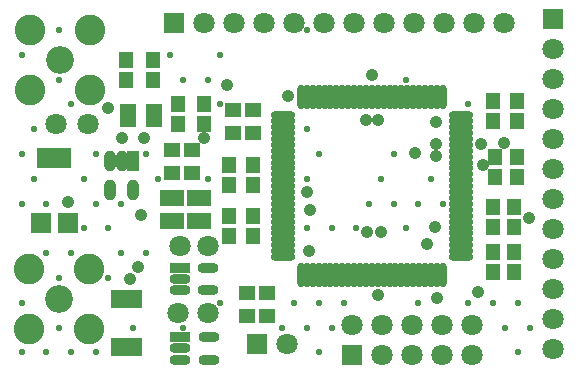
<source format=gts>
%FSLAX43Y43*%
%MOMM*%
G71*
G01*
G75*
G04 Layer_Color=8388736*
%ADD10R,1.000X1.100*%
%ADD11R,1.100X1.000*%
%ADD12R,1.700X1.100*%
%ADD13R,1.150X0.450*%
%ADD14R,1.500X1.500*%
%ADD15R,2.541X1.500*%
%ADD16R,0.350X1.200*%
%ADD17R,0.700X1.500*%
%ADD18O,0.700X1.500*%
%ADD19O,0.300X1.800*%
%ADD20O,1.800X0.300*%
%ADD21R,1.500X0.600*%
%ADD22O,1.500X0.600*%
%ADD23C,0.254*%
%ADD24C,1.000*%
%ADD25C,0.500*%
%ADD26C,0.762*%
%ADD27C,1.500*%
%ADD28C,2.032*%
%ADD29C,2.286*%
%ADD30R,1.500X1.500*%
%ADD31C,0.254*%
%ADD32C,1.016*%
%ADD33C,1.524*%
%ADD34C,1.916*%
G04:AMPARAMS|DCode=35|XSize=2.424mm|YSize=2.424mm|CornerRadius=0mm|HoleSize=0mm|Usage=FLASHONLY|Rotation=0.000|XOffset=0mm|YOffset=0mm|HoleType=Round|Shape=Relief|Width=0.254mm|Gap=0.254mm|Entries=4|*
%AMTHD35*
7,0,0,2.424,1.916,0.254,45*
%
%ADD35THD35*%
%ADD36C,2.516*%
%ADD37C,2.718*%
G04:AMPARAMS|DCode=38|XSize=2.032mm|YSize=2.032mm|CornerRadius=0mm|HoleSize=0mm|Usage=FLASHONLY|Rotation=0.000|XOffset=0mm|YOffset=0mm|HoleType=Round|Shape=Relief|Width=0.254mm|Gap=0.254mm|Entries=4|*
%AMTHD38*
7,0,0,2.032,1.524,0.254,45*
%
%ADD38THD38*%
%ADD39C,1.219*%
%ADD40C,0.200*%
%ADD41C,0.250*%
%ADD42C,0.600*%
%ADD43C,0.102*%
%ADD44C,0.100*%
%ADD45R,1.305X1.405*%
%ADD46R,1.405X1.305*%
%ADD47R,2.005X1.405*%
%ADD48R,1.455X0.755*%
%ADD49R,1.805X1.805*%
%ADD50R,2.846X1.805*%
%ADD51R,0.655X1.505*%
%ADD52R,1.005X1.805*%
%ADD53O,1.005X1.805*%
%ADD54O,0.605X2.105*%
%ADD55O,2.105X0.605*%
%ADD56R,1.805X0.905*%
%ADD57O,1.805X0.905*%
%ADD58C,1.067*%
%ADD59C,1.805*%
%ADD60C,2.337*%
%ADD61C,2.591*%
%ADD62R,1.805X1.805*%
%ADD63C,0.559*%
D45*
X44831Y60960D02*
D03*
Y59260D02*
D03*
X42672Y60960D02*
D03*
Y59260D02*
D03*
X71120Y52197D02*
D03*
Y50497D02*
D03*
X69342Y52197D02*
D03*
Y50497D02*
D03*
X71374Y61214D02*
D03*
Y59514D02*
D03*
X69342Y61214D02*
D03*
Y59514D02*
D03*
X71374Y54737D02*
D03*
Y56437D02*
D03*
X69469Y54737D02*
D03*
Y56437D02*
D03*
X49022Y55753D02*
D03*
Y54053D02*
D03*
X46990Y55753D02*
D03*
Y54053D02*
D03*
X71120Y46736D02*
D03*
Y48436D02*
D03*
X69342Y46736D02*
D03*
Y48436D02*
D03*
X40513Y62992D02*
D03*
Y64692D02*
D03*
X38227Y62992D02*
D03*
Y64692D02*
D03*
X49022Y49784D02*
D03*
Y51484D02*
D03*
X46990Y49784D02*
D03*
Y51484D02*
D03*
D46*
X48475Y43025D02*
D03*
X50175D02*
D03*
X48475Y44925D02*
D03*
X50175D02*
D03*
X49025Y60425D02*
D03*
X47325D02*
D03*
Y58450D02*
D03*
X49025D02*
D03*
X43815Y57023D02*
D03*
X42115D02*
D03*
X43815Y55118D02*
D03*
X42115D02*
D03*
D47*
X42164Y51054D02*
D03*
X44464D02*
D03*
X42164Y52954D02*
D03*
X44464D02*
D03*
D48*
X40572Y60594D02*
D03*
Y59944D02*
D03*
Y59294D02*
D03*
X38422D02*
D03*
Y59944D02*
D03*
Y60594D02*
D03*
D49*
X33325Y50850D02*
D03*
X31025D02*
D03*
X57350Y39650D02*
D03*
X49325Y40600D02*
D03*
X42275Y67775D02*
D03*
D50*
X32175Y56350D02*
D03*
D51*
X37325Y40400D02*
D03*
X37975D02*
D03*
X38625D02*
D03*
X39275D02*
D03*
X37325Y44400D02*
D03*
X37975D02*
D03*
X38625D02*
D03*
X39275D02*
D03*
D52*
X38825Y56075D02*
D03*
D53*
X37875D02*
D03*
X36925D02*
D03*
X38825Y53675D02*
D03*
X36925D02*
D03*
D54*
X53055Y61525D02*
D03*
X53555D02*
D03*
X54055D02*
D03*
X54555D02*
D03*
X55055D02*
D03*
X55555D02*
D03*
X56055D02*
D03*
X56555D02*
D03*
X57055D02*
D03*
X57555D02*
D03*
X58055D02*
D03*
X58555D02*
D03*
X59055D02*
D03*
X59555D02*
D03*
X60055D02*
D03*
X60555D02*
D03*
X61055D02*
D03*
X61555D02*
D03*
X62055D02*
D03*
X62555D02*
D03*
X63055D02*
D03*
X63555D02*
D03*
X64055D02*
D03*
X64555D02*
D03*
X65055D02*
D03*
Y46425D02*
D03*
X64555D02*
D03*
X64055D02*
D03*
X63555D02*
D03*
X63055D02*
D03*
X62555D02*
D03*
X62055D02*
D03*
X61555D02*
D03*
X61055D02*
D03*
X60555D02*
D03*
X60055D02*
D03*
X59555D02*
D03*
X59055D02*
D03*
X58555D02*
D03*
X58055D02*
D03*
X57555D02*
D03*
X57055D02*
D03*
X56555D02*
D03*
X56055D02*
D03*
X55555D02*
D03*
X55055D02*
D03*
X54555D02*
D03*
X54055D02*
D03*
X53555D02*
D03*
X53055D02*
D03*
D55*
X66605Y59975D02*
D03*
Y59475D02*
D03*
Y58975D02*
D03*
Y58475D02*
D03*
Y57975D02*
D03*
Y57475D02*
D03*
Y56975D02*
D03*
Y56475D02*
D03*
Y55975D02*
D03*
Y55475D02*
D03*
Y54975D02*
D03*
Y54475D02*
D03*
Y53975D02*
D03*
Y53475D02*
D03*
Y52975D02*
D03*
Y52475D02*
D03*
Y51975D02*
D03*
Y51475D02*
D03*
Y50975D02*
D03*
Y50475D02*
D03*
Y49975D02*
D03*
Y49475D02*
D03*
Y48975D02*
D03*
Y48475D02*
D03*
Y47975D02*
D03*
X51505D02*
D03*
Y48475D02*
D03*
Y48975D02*
D03*
Y49475D02*
D03*
Y49975D02*
D03*
Y50475D02*
D03*
Y50975D02*
D03*
Y51475D02*
D03*
Y51975D02*
D03*
Y52475D02*
D03*
Y52975D02*
D03*
Y53475D02*
D03*
Y53975D02*
D03*
Y54475D02*
D03*
Y54975D02*
D03*
Y55475D02*
D03*
Y55975D02*
D03*
Y56475D02*
D03*
Y56975D02*
D03*
Y57475D02*
D03*
Y57975D02*
D03*
Y58475D02*
D03*
Y58975D02*
D03*
Y59475D02*
D03*
Y59975D02*
D03*
D56*
X42825Y47050D02*
D03*
X42850Y41200D02*
D03*
D57*
X42825Y46100D02*
D03*
Y45150D02*
D03*
X45225Y47050D02*
D03*
Y45150D02*
D03*
X42850Y40250D02*
D03*
Y39300D02*
D03*
X45250Y41200D02*
D03*
Y39300D02*
D03*
D58*
X64550Y44500D02*
D03*
X59825Y50075D02*
D03*
X68050Y45050D02*
D03*
X62738Y56769D02*
D03*
X36703Y60594D02*
D03*
X68453Y55753D02*
D03*
X72350Y51300D02*
D03*
X53594Y53467D02*
D03*
X64389Y50546D02*
D03*
X70231Y57658D02*
D03*
X64516Y59436D02*
D03*
X39243Y47117D02*
D03*
X39475Y51525D02*
D03*
X46800Y62550D02*
D03*
X44831Y58039D02*
D03*
X38608Y46101D02*
D03*
X64516Y56515D02*
D03*
Y57531D02*
D03*
X68326D02*
D03*
X59563Y59563D02*
D03*
X58547D02*
D03*
X63725Y49050D02*
D03*
X59555Y44790D02*
D03*
X58625Y50100D02*
D03*
X51943Y61595D02*
D03*
X53760Y48475D02*
D03*
X53848Y51943D02*
D03*
X37875Y58050D02*
D03*
X33325Y52600D02*
D03*
X39725Y58025D02*
D03*
X59075Y63425D02*
D03*
D59*
X67510Y42190D02*
D03*
Y39650D02*
D03*
X64970Y42190D02*
D03*
Y39650D02*
D03*
X62430Y42190D02*
D03*
Y39650D02*
D03*
X59890Y42190D02*
D03*
Y39650D02*
D03*
X57350Y42190D02*
D03*
X32325Y59250D02*
D03*
X45225Y43200D02*
D03*
X45175Y48925D02*
D03*
X51865Y40600D02*
D03*
X35025Y59250D02*
D03*
X44815Y67775D02*
D03*
X47355D02*
D03*
X49895D02*
D03*
X52435D02*
D03*
X54975D02*
D03*
X57515D02*
D03*
X60055D02*
D03*
X62595D02*
D03*
X65135D02*
D03*
X67675D02*
D03*
X70215D02*
D03*
X74425Y65560D02*
D03*
Y63020D02*
D03*
Y60480D02*
D03*
Y57940D02*
D03*
Y55400D02*
D03*
Y52860D02*
D03*
Y50320D02*
D03*
Y47780D02*
D03*
Y45240D02*
D03*
Y42700D02*
D03*
Y40160D02*
D03*
X42775Y48925D02*
D03*
X42675Y43200D02*
D03*
D60*
X32575Y44425D02*
D03*
X32639Y64643D02*
D03*
D61*
X30035Y46965D02*
D03*
X35115D02*
D03*
Y41885D02*
D03*
X30035D02*
D03*
X30099Y67183D02*
D03*
X35179D02*
D03*
Y62103D02*
D03*
X30099D02*
D03*
D62*
X74425Y68100D02*
D03*
D63*
X71400Y44100D02*
D03*
X72450Y42000D02*
D03*
X71400Y39900D02*
D03*
X69300Y44100D02*
D03*
X70350Y42000D02*
D03*
X67200Y60900D02*
D03*
Y44100D02*
D03*
X65100Y52500D02*
D03*
X64050Y54600D02*
D03*
X63000Y52500D02*
D03*
Y44100D02*
D03*
X61950Y63000D02*
D03*
X60900Y56700D02*
D03*
Y52500D02*
D03*
X61950Y50400D02*
D03*
X59850Y54600D02*
D03*
X58800Y52500D02*
D03*
X57750Y50400D02*
D03*
X56700Y44100D02*
D03*
X54600Y56700D02*
D03*
X55650Y50400D02*
D03*
X54600Y44100D02*
D03*
X55650Y42000D02*
D03*
X54600Y39900D02*
D03*
X53550Y67200D02*
D03*
Y58800D02*
D03*
Y54600D02*
D03*
Y50400D02*
D03*
X52500Y44100D02*
D03*
X53550Y42000D02*
D03*
X51450D02*
D03*
X46200Y65100D02*
D03*
Y60900D02*
D03*
Y44100D02*
D03*
X45150Y63000D02*
D03*
Y54600D02*
D03*
X42000Y65100D02*
D03*
X43050Y63000D02*
D03*
Y42000D02*
D03*
X39900Y56700D02*
D03*
X40950Y54600D02*
D03*
X39900Y48300D02*
D03*
X37800Y52500D02*
D03*
Y48300D02*
D03*
X38850Y42000D02*
D03*
X35700Y56700D02*
D03*
Y52500D02*
D03*
X36750Y50400D02*
D03*
Y46200D02*
D03*
X35700Y39900D02*
D03*
X33600Y60900D02*
D03*
X34650Y54600D02*
D03*
Y50400D02*
D03*
X33600Y48300D02*
D03*
Y39900D02*
D03*
X32550Y67200D02*
D03*
Y63000D02*
D03*
X31500Y52500D02*
D03*
Y48300D02*
D03*
X32550Y46200D02*
D03*
Y42000D02*
D03*
X31500Y39900D02*
D03*
X29400Y65100D02*
D03*
X30450Y58800D02*
D03*
X29400Y56700D02*
D03*
X30450Y54600D02*
D03*
X29400Y52500D02*
D03*
Y44100D02*
D03*
Y39900D02*
D03*
M02*

</source>
